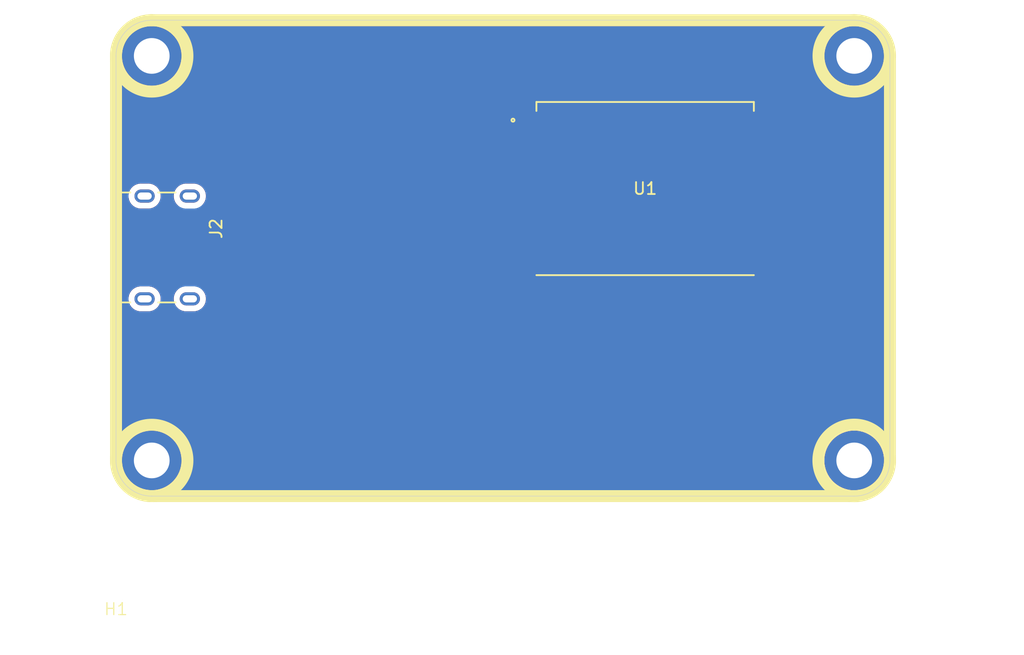
<source format=kicad_pcb>
(kicad_pcb (version 20240108) (generator "pcbnew") (generator_version "8.0")
  (layers (0 "F.Cu" signal) (31 "B.Cu" signal) (34 "B.Paste" user) (35 "F.Paste" user) (36 "B.SilkS" user "B.Silkscreen") (37 "F.SilkS" user "F.Silkscreen") (38 "B.Mask" user) (39 "F.Mask" user) (44 "Edge.Cuts" user))
  (net 0 "")
  (net 22 "GND")
  (net 23 "+3V3")
  (footprint "Alexander Footprint Library:Board_65-40" (layer "F.Cu") (at 76.5 98.2)
    (property "Reference" "H1" (at 0 -0.5 0) (layer "F.SilkS") (effects (font (thickness 0.1))))
    (property "Value" "Project_Box_Board_65x40")
    (fp_line (start 0 -47) (end 0 -13) (stroke (width 1)) (layer "F.SilkS"))
    (fp_line (start 3 -50) (end 62 -50) (stroke (width 1)) (layer "F.SilkS"))
    (fp_line (start 3 -10) (end 62 -10) (stroke (width 1)) (layer "F.SilkS"))
    (fp_line (start 65 -47) (end 65 -13) (stroke (width 1)) (layer "F.SilkS"))
    (fp_arc (start 0 -47) (mid 0.87868 -49.12132) (end 3 -50) (stroke (width 1)) (layer "F.SilkS"))
    (fp_arc (start 3 -10) (mid 0.87868 -10.87868) (end 0 -13) (stroke (width 1)) (layer "F.SilkS"))
    (fp_arc (start 62 -50) (mid 64.12132 -49.12132) (end 65 -47) (stroke (width 1)) (layer "F.SilkS"))
    (fp_arc (start 65 -13) (mid 64.12132 -10.87868) (end 62 -10) (stroke (width 1)) (layer "F.SilkS"))
    (fp_circle (center 2.999999 -13) (end 6 -13) (stroke (width 1)) (fill none) (layer "F.SilkS"))
    (fp_circle (center 3 -47) (end 6 -47) (stroke (width 1)) (fill none) (layer "F.SilkS"))
    (fp_circle (center 62 -47) (end 62 -50) (stroke (width 0.1)) (fill none) (layer "F.SilkS"))
    (fp_circle (center 62 -47) (end 65 -47) (stroke (width 1)) (fill none) (layer "F.SilkS"))
    (fp_circle (center 62 -13) (end 62.25 -16) (stroke (width 0.1)) (fill none) (layer "F.SilkS"))
    (fp_circle (center 62 -13) (end 65.010398 -13) (stroke (width 1)) (fill none) (layer "F.SilkS"))
    (fp_line (start 0 -13) (end 0 -47) (stroke (width 0.05)) (layer "Edge.Cuts"))
    (fp_line (start 3 -50) (end 62 -50) (stroke (width 0.05)) (layer "Edge.Cuts"))
    (fp_line (start 62 -10) (end 3 -10) (stroke (width 0.05)) (layer "Edge.Cuts"))
    (fp_line (start 65 -47) (end 65 -13) (stroke (width 0.05)) (layer "Edge.Cuts"))
    (fp_arc (start 0 -47) (mid 0.87868 -49.12132) (end 3 -50) (stroke (width 0.05)) (layer "Edge.Cuts"))
    (fp_arc (start 3 -10) (mid 0.87868 -10.87868) (end 0 -13) (stroke (width 0.05)) (layer "Edge.Cuts"))
    (fp_arc (start 62 -50) (mid 64.12132 -49.12132) (end 65 -47) (stroke (width 0.05)) (layer "Edge.Cuts"))
    (fp_arc (start 65 -13) (mid 64.12132 -10.87868) (end 62 -10) (stroke (width 0.05)) (layer "Edge.Cuts"))
    (fp_circle (center 3 -47) (end 4 -48) (stroke (width 0.05)) (fill none) (layer "Edge.Cuts"))
    (fp_circle (center 3 -13) (end 4 -14) (stroke (width 0.05)) (fill none) (layer "Edge.Cuts"))
    (fp_circle (center 62 -47) (end 63 -48) (stroke (width 0.05)) (fill none) (layer "Edge.Cuts"))
    (fp_circle (center 62 -13) (end 63 -14) (stroke (width 0.05)) (fill none) (layer "Edge.Cuts"))
    (pad "1" thru_hole circle (at 3 -47) (size 5 5) (drill 3) (layers "*.Cu" "*.Mask"))
    (pad "2" thru_hole circle (at 3 -13) (size 5 5) (drill 3) (layers "*.Cu" "*.Mask"))
    (pad "3" thru_hole circle (at 62 -13) (size 5 5) (drill 3) (layers "*.Cu" "*.Mask"))
    (pad "4" thru_hole circle (at 62 -47) (size 5 5) (drill 3) (layers "*.Cu" "*.Mask"))
  )
  (footprint "Alexander Footprint Library:ESP32-C3-WROOM-02U_EXP" (layer "F.Cu") (at 120.94 62.35)
    (property "Reference" "U1" (at 0 0 0) (layer "F.SilkS"))
    (property "Value" "ESP32-C3-WROOM-02U-N4")
    (fp_line (start -9.1313 -7.2771) (end 9.1313 -7.2771) (stroke (width 0.1524)) (layer "F.SilkS"))
    (fp_line (start -9.1313 -6.527238) (end -9.1313 -7.2771) (stroke (width 0.1524)) (layer "F.SilkS"))
    (fp_line (start 9.1313 -7.2771) (end 9.1313 -6.527241) (stroke (width 0.1524)) (layer "F.SilkS"))
    (fp_line (start 9.1313 7.2771) (end -9.1313 7.2771) (stroke (width 0.1524)) (layer "F.SilkS"))
    (fp_circle (center -11.1002 -5.749999) (end -10.9732 -5.749999) (stroke (width 0.1524)) (fill none) (layer "F.SilkS"))
    (pad "1" smd rect (at -8.75 -5.749998) (size 1.4986 0.889) (layers "F.Cu" "F.Paste" "F.Mask") (net 23 "+3V3"))
    (pad "2" smd rect (at -8.75 -4.249999) (size 1.4986 0.889) (layers "F.Cu" "F.Paste" "F.Mask"))
    (pad "3" smd rect (at -8.75 -2.749999) (size 1.4986 0.889) (layers "F.Cu" "F.Paste" "F.Mask"))
    (pad "4" smd rect (at -8.75 -1.25) (size 1.4986 0.889) (layers "F.Cu" "F.Paste" "F.Mask"))
    (pad "5" smd rect (at -8.75 0.25) (size 1.4986 0.889) (layers "F.Cu" "F.Paste" "F.Mask"))
    (pad "6" smd rect (at -8.75 1.75) (size 1.4986 0.889) (layers "F.Cu" "F.Paste" "F.Mask"))
    (pad "7" smd rect (at -8.75 3.250002) (size 1.4986 0.889) (layers "F.Cu" "F.Paste" "F.Mask"))
    (pad "8" smd rect (at -8.75 4.750001) (size 1.4986 0.889) (layers "F.Cu" "F.Paste" "F.Mask"))
    (pad "9" smd rect (at -8.75 6.250001) (size 1.4986 0.889) (layers "F.Cu" "F.Paste" "F.Mask"))
    (pad "10" smd rect (at 8.75 6.249998) (size 1.4986 0.889) (layers "F.Cu" "F.Paste" "F.Mask"))
    (pad "11" smd rect (at 8.75 4.749999) (size 1.4986 0.889) (layers "F.Cu" "F.Paste" "F.Mask"))
    (pad "12" smd rect (at 8.75 3.249999) (size 1.4986 0.889) (layers "F.Cu" "F.Paste" "F.Mask"))
    (pad "13" smd rect (at 8.75 1.75) (size 1.4986 0.889) (layers "F.Cu" "F.Paste" "F.Mask"))
    (pad "14" smd rect (at 8.75 0.25) (size 1.4986 0.889) (layers "F.Cu" "F.Paste" "F.Mask"))
    (pad "15" smd rect (at 8.75 -1.25) (size 1.4986 0.889) (layers "F.Cu" "F.Paste" "F.Mask"))
    (pad "16" smd rect (at 8.75 -2.750002) (size 1.4986 0.889) (layers "F.Cu" "F.Paste" "F.Mask"))
    (pad "17" smd rect (at 8.75 -4.250001) (size 1.4986 0.889) (layers "F.Cu" "F.Paste" "F.Mask"))
    (pad "18" smd rect (at 8.75 -5.750001) (size 1.4986 0.889) (layers "F.Cu" "F.Paste" "F.Mask"))
    (pad "19" smd rect (at 0.96 0.45) (size 0.7112 0.7112) (layers "F.Cu" "F.Paste" "F.Mask") (net 22 "GND"))
    (pad "20" smd rect (at -0.14 -0.65) (size 0.7112 0.7112) (layers "F.Cu" "F.Paste" "F.Mask") (net 22 "GND"))
    (pad "21" smd rect (at -0.14 0.45) (size 0.7112 0.7112) (layers "F.Cu" "F.Paste" "F.Mask") (net 22 "GND"))
    (pad "22" smd rect (at -0.14 1.55) (size 0.7112 0.7112) (layers "F.Cu" "F.Paste" "F.Mask") (net 22 "GND"))
    (pad "23" smd rect (at 0.96 1.55) (size 0.7112 0.7112) (layers "F.Cu" "F.Paste" "F.Mask") (net 22 "GND"))
    (pad "24" smd rect (at 2.06 1.55) (size 0.7112 0.7112) (layers "F.Cu" "F.Paste" "F.Mask") (net 22 "GND"))
    (pad "25" smd rect (at 2.06 0.45) (size 0.7112 0.7112) (layers "F.Cu" "F.Paste" "F.Mask") (net 22 "GND"))
    (pad "26" smd rect (at 2.06 -0.65) (size 0.7112 0.7112) (layers "F.Cu" "F.Paste" "F.Mask") (net 22 "GND"))
    (pad "27" smd rect (at 0.96 -0.65) (size 0.7112 0.7112) (layers "F.Cu" "F.Paste" "F.Mask") (net 22 "GND"))
  )
  (footprint "Alexander Footprint Library:USB-C MOLEX 2171750001" (layer "F.Cu") (at 76.3 67.3 -90)
    (property "Reference" "J2" (at -1.5875 -8.605 90) (layer "F.SilkS"))
    (property "Value" "USB_C_Receptacle_PowerOnly_6P_2171750001")
    (fp_line (start -4.62 -0.15) (end -4.62 -1.4) (stroke (width 0.15)) (layer "F.SilkS"))
    (fp_line (start 4.62 -0.15) (end 4.62 -1.4) (stroke (width 0.15)) (layer "F.SilkS"))
    (fp_line (start -4.62 -3.75) (end -4.62 -5.2) (stroke (width 0.15)) (layer "F.SilkS"))
    (fp_line (start 4.62 -3.75) (end 4.62 -5.2) (stroke (width 0.15)) (layer "F.SilkS"))
    (pad "A5" smd rect (at -0.5 -6.48 270) (size 0.7 1.2) (layers "F.Cu" "F.Paste"))
    (pad "A9" smd rect (at 1.52 -6.48 270) (size 0.76 1.2) (layers "F.Cu" "F.Paste"))
    (pad "A12" smd rect (at 2.75 -6.48 270) (size 0.8 1.2) (layers "F.Cu" "F.Paste") (net 22 "GND"))
    (pad "B5" smd rect (at 0.5 -6.48 270) (size 0.7 1.2) (layers "F.Cu" "F.Paste"))
    (pad "B9" smd rect (at -1.52 -6.48 270) (size 0.76 1.2) (layers "F.Cu" "F.Paste"))
    (pad "B12" smd rect (at -2.75 -6.48 270) (size 0.8 1.2) (layers "F.Cu" "F.Paste") (net 22 "GND"))
    (pad "SH1" thru_hole oval (at -4.32 -2.6 270) (size 1.1 1.7) (drill oval 0.6 1.2) (layers "*.Cu" "*.Mask"))
    (pad "SH2" thru_hole oval (at 4.32 -2.6 270) (size 1.1 1.7) (drill oval 0.6 1.2) (layers "*.Cu" "*.Mask"))
    (pad "SH3" thru_hole oval (at -4.32 -6.4 270) (size 1.1 1.7) (drill oval 0.6 1.2) (layers "*.Cu" "*.Mask"))
    (pad "SH4" thru_hole oval (at 4.32 -6.4 270) (size 1.1 1.7) (drill oval 0.6 1.2) (layers "*.Cu" "*.Mask"))
  )
  (zone (net 22) (net_name "GND") (layer "F.Cu") (connect_pads (clearance 0.5)) (min_thickness 0.25) (fill yes (thermal_gap 0.5) (thermal_bridge_width 0.5))
    (polygon (pts (xy 75.3 46.8) (xy 143.9 46.8) (xy 143.9 90) (xy 74.7 89.8)))
  )
  (zone (net 22) (net_name "GND") (layer "B.Cu") (priority 1) (connect_pads (clearance 0.5)) (min_thickness 0.25) (fill yes (thermal_gap 0.5) (thermal_bridge_width 0.5))
    (polygon (pts (xy 75.3 46.5) (xy 144.3 46.5) (xy 144.1 90.3) (xy 74.2 90.1)))
  )
)
</source>
